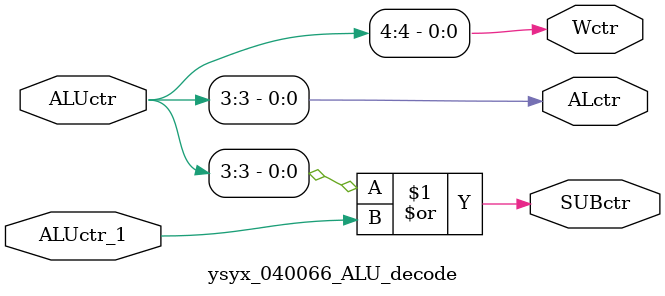
<source format=v>
module ysyx_040066_ALU(
    input [63:0] data_input,
    input [63:0] datab_input,
    input [4:0] aluctr,
    output zero,
    output [2:0] add_lowbit,
    output reg [63:0] result
    );
    wire ALctr,SUBctr,Wctr,CF,SF,OF;
    wire [63:0] Add_result;
    ysyx_040066_ALU_decode alu_decode(aluctr[4:3],aluctr[1],ALctr,SUBctr,Wctr);
    wire [31:0] data_sll;
    assign data_sll=(data_input[31:0]<<datab_input[4:0]);
    wire [31:0] data_srl;
    assign data_srl=(data_input[31:0]>>datab_input[4:0]);
    wire [31:0] data_sra;
    assign data_sra=$signed($signed(data_input[31:0])>>>$signed(datab_input[4:0]));

    ysyx_040066_Adder adder(data_input,datab_input,SUBctr,Add_result,CF,SF,OF);
    always @(*)
    case (aluctr[2:0])
        3'o0: result={Wctr?{32{Add_result[31]}}:Add_result[63:32],Add_result[31:0]};
        3'o1: result=Wctr?{{32{data_sll[31]}},data_sll}:data_input<<datab_input[5:0];
        3'o2: result={{63{1'b0}},OF^SF};
        3'o3: result={{63{1'b0}},CF};
        3'o4: result=data_input^datab_input;
        3'o5: result=~Wctr?
                    (ALctr?($signed(($signed(data_input))>>>datab_input[5:0])):data_input>>datab_input[5:0]):
                    (ALctr?{{32{data_sra[31]}},data_sra}:{{32{data_srl[31]}},data_srl});
        3'o6: result=data_input|datab_input;
        3'o7: result=({64{aluctr[3]}}|data_input)&datab_input;
    endcase

    assign add_lowbit=Add_result[2:0];
    assign zero=~|(data_input^datab_input);

    always @(*) begin
//        $display("ALU:data_input=%x,datab_input=%x,Add_result=%x,result=%x,aluctr=%b,zero=%b",data_input,datab_input,Add_result,result,aluctr,zero);
    end

endmodule

module ysyx_040066_Adder(
    input [63:0] x,
    input [63:0] y,
    input SUBctr,
    output reg [63:0] result,
    output reg CF,SF,OF
    );
    reg [63:0] y_;
    reg Ctemp,Cout;
    always @(*) begin
        y_=SUBctr?~y:y;
        {Ctemp,result[62:0]}={1'b0,x[62:0]}+{1'b0,y_[62:0]}+{{63{1'b0}},SUBctr};
        {Cout,result[63]}={1'b0,x[63]}+{1'b0,y_[63]}+{1'b0,Ctemp};
        SF=result[63];
        OF=Cout^Ctemp;
        CF=SUBctr^Cout;
    end
endmodule

module ysyx_040066_ALU_decode(
    input [4:3] ALUctr,
    input ALUctr_1,
    output ALctr,SUBctr,Wctr
    );
    assign SUBctr=ALUctr[3]|ALUctr_1;
    assign ALctr=ALUctr[3];
    assign Wctr=ALUctr[4];
endmodule

</source>
